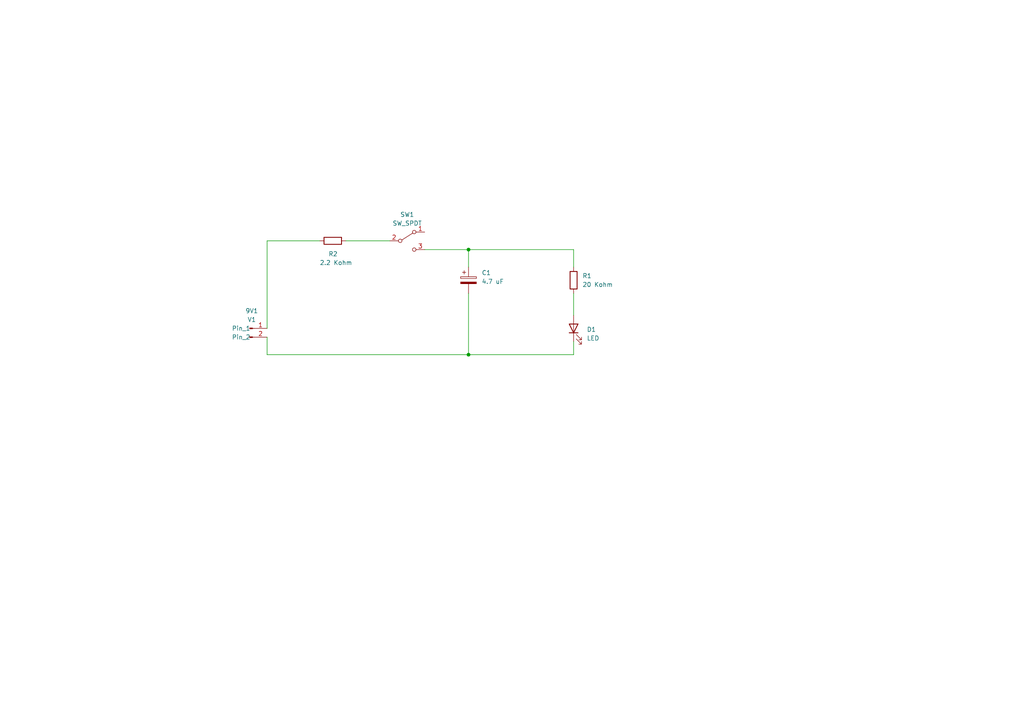
<source format=kicad_sch>
(kicad_sch (version 20211123) (generator eeschema)
  (paper "A4")
  (lib_symbols
    (symbol "Connector:Conn_01x02_Male" (pin_names (offset 1.016))
      (property "Reference" "J" (at 0 2.54 0))
      (property "Value" "Conn_01x02_Male" (at 0 -5.08 0))
      (symbol "Conn_01x02_Male_1_1"
        (polyline (pts (xy 1.27 -2.54) (xy 0.8636 -2.54)) (stroke (width 0.1524)))
        (polyline (pts (xy 1.27 0) (xy 0.8636 0)) (stroke (width 0.1524)))
        (rectangle (start 0.8636 -2.413) (end 0 -2.667) (stroke (width 0.1524)) (fill (type outline)))
        (rectangle (start 0.8636 0.127) (end 0 -0.127) (stroke (width 0.1524)) (fill (type outline)))
        (pin passive line (at 5.08 0 180) (length 3.81) (name "Pin_1") (number "1"))
        (pin passive line (at 5.08 -2.54 180) (length 3.81) (name "Pin_2") (number "2"))
      )
    )
    (symbol "Device:C_Polarized" (pin_numbers hide) (pin_names (offset 0.254))
      (property "Reference" "C" (at 0.635 2.54 0))
      (property "Value" "C_Polarized" (at 0.635 -2.54 0))
      (symbol "C_Polarized_0_1"
        (rectangle (start -2.286 0.508) (end 2.286 1.016))
        (polyline (pts (xy -1.778 2.286) (xy -0.762 2.286)))
        (polyline (pts (xy -1.27 2.794) (xy -1.27 1.778)))
        (rectangle (start 2.286 -0.508) (end -2.286 -1.016) (fill (type outline)))
      )
      (symbol "C_Polarized_1_1"
        (pin passive line (at 0 3.81 270) (length 2.794) (name "~") (number "1"))
        (pin passive line (at 0 -3.81 90) (length 2.794) (name "~") (number "2"))
      )
    )
    (symbol "Device:LED" (pin_numbers hide) (pin_names (offset 1.016) hide)
      (property "Reference" "D" (at 0 2.54 0))
      (property "Value" "LED" (at 0 -2.54 0))
      (symbol "LED_0_1"
        (polyline (pts (xy -1.27 -1.27) (xy -1.27 1.27)) (stroke (width 0.254)))
        (polyline (pts (xy -1.27 0) (xy 1.27 0)))
        (polyline (pts (xy 1.27 -1.27) (xy 1.27 1.27) (xy -1.27 0) (xy 1.27 -1.27)) (stroke (width 0.254)))
        (polyline (pts (xy -3.048 -0.762) (xy -4.572 -2.286) (xy -3.81 -2.286) (xy -4.572 -2.286) (xy -4.572 -1.524)))
        (polyline (pts (xy -1.778 -0.762) (xy -3.302 -2.286) (xy -2.54 -2.286) (xy -3.302 -2.286) (xy -3.302 -1.524)))
      )
      (symbol "LED_1_1"
        (pin passive line (at -3.81 0 0) (length 2.54) (name "K") (number "1"))
        (pin passive line (at 3.81 0 180) (length 2.54) (name "A") (number "2"))
      )
    )
    (symbol "Device:R" (pin_numbers hide) (pin_names (offset 0))
      (property "Reference" "R" (at 2.032 0 90))
      (property "Value" "R" (at 0 0 90))
      (symbol "R_0_1"
        (rectangle (start -1.016 -2.54) (end 1.016 2.54) (stroke (width 0.254)))
      )
      (symbol "R_1_1"
        (pin passive line (at 0 3.81 270) (length 1.27) (name "~") (number "1"))
        (pin passive line (at 0 -3.81 90) (length 1.27) (name "~") (number "2"))
      )
    )
    (symbol "Switch:SW_SPDT" (pin_names (offset 0) hide)
      (property "Reference" "SW" (at 0 4.318 0))
      (property "Value" "SW_SPDT" (at 0 -5.08 0))
      (symbol "SW_SPDT_0_0"
        (circle (center -2.032 0) (radius 0.508))
        (circle (center 2.032 -2.54) (radius 0.508))
      )
      (symbol "SW_SPDT_0_1"
        (polyline (pts (xy -1.524 0.254) (xy 1.651 2.286)))
        (circle (center 2.032 2.54) (radius 0.508))
      )
      (symbol "SW_SPDT_1_1"
        (pin passive line (at 5.08 2.54 180) (length 2.54) (name "A") (number "1"))
        (pin passive line (at -5.08 0 0) (length 2.54) (name "B") (number "2"))
        (pin passive line (at 5.08 -2.54 180) (length 2.54) (name "C") (number "3"))
      )
    )
  )
  (junction (at 135.89 102.87))
  (junction (at 135.89 72.39))
  (wire (pts (xy 135.89 72.39) (xy 135.89 77.47)))
  (wire (pts (xy 166.37 72.39) (xy 135.89 72.39)))
  (wire (pts (xy 166.37 99.06) (xy 166.37 102.87)))
  (wire (pts (xy 123.19 72.39) (xy 135.89 72.39)))
  (wire (pts (xy 77.47 69.85) (xy 77.47 95.25)))
  (wire (pts (xy 135.89 102.87) (xy 135.89 85.09)))
  (wire (pts (xy 166.37 102.87) (xy 135.89 102.87)))
  (wire (pts (xy 166.37 77.47) (xy 166.37 72.39)))
  (wire (pts (xy 77.47 102.87) (xy 135.89 102.87)))
  (wire (pts (xy 166.37 85.09) (xy 166.37 91.44)))
  (wire (pts (xy 100.33 69.85) (xy 113.03 69.85)))
  (wire (pts (xy 77.47 97.79) (xy 77.47 102.87)))
  (wire (pts (xy 77.47 69.85) (xy 92.71 69.85)))
  (symbol (lib_id "Device:LED") (at 166.37 95.25 90) (unit 1)
    (property "Reference" "D1" (at 170.18 95.5674 90) (effects (justify right)))
    (property "Value" "LED" (at 170.18 98.1074 90) (effects (justify right)))
    (property "Footprint" "LED_THT:LED_D5.0mm" (effects hide))
  )
  (symbol (lib_id "Device:R") (at 96.52 69.85 270) (unit 1)
    (property "Reference" "R2" (at 95.25 73.66 90) (effects (justify left)))
    (property "Value" "2.2 Kohm" (at 92.71 76.2 90) (effects (justify left)))
    (property "Footprint" "Resistor_THT:R_Axial_DIN0516_L15.5mm_D5.0mm_P20.32mm_Horizontal" (effects hide))
  )
  (symbol (lib_id "Switch:SW_SPDT") (at 118.11 69.85 0) (unit 1)
    (property "Reference" "SW1" (at 118.11 62.23 0))
    (property "Value" "SW_SPDT" (at 118.11 64.77 0))
    (property "Footprint" "Button_Switch_THT:SW_E-Switch_EG1224_SPDT_Angled" (effects hide))
  )
  (symbol (lib_id "Device:C_Polarized") (at 135.89 81.28 0) (unit 1)
    (property "Reference" "C1" (at 139.7 79.1209 0) (effects (justify left)))
    (property "Value" "4.7 uF" (at 139.7 81.6609 0) (effects (justify left)))
    (property "Footprint" "Capacitor_THT:C_Radial_D5.0mm_H5.0mm_P2.00mm" (effects hide))
  )
  (symbol (lib_id "Device:R") (at 166.37 81.28 0) (unit 1)
    (property "Reference" "R1" (at 168.91 80.0099 0) (effects (justify left)))
    (property "Value" "20 Kohm" (at 168.91 82.5499 0) (effects (justify left)))
    (property "Footprint" "Resistor_THT:R_Axial_DIN0516_L15.5mm_D5.0mm_P20.32mm_Horizontal" (effects hide))
  )
  (symbol (lib_id "Connector:Conn_01x02_Male") (at 72.39 95.25 0) (unit 1)
    (property "Reference" "9V1" (at 73.025 90.17 0))
    (property "Value" "V1" (at 73.025 92.71 0))
    (property "Footprint" "Connector_JST:JST_PH_B2B-PH-K_1x02_P2.00mm_Vertical" (effects hide))
  )
)
</source>
